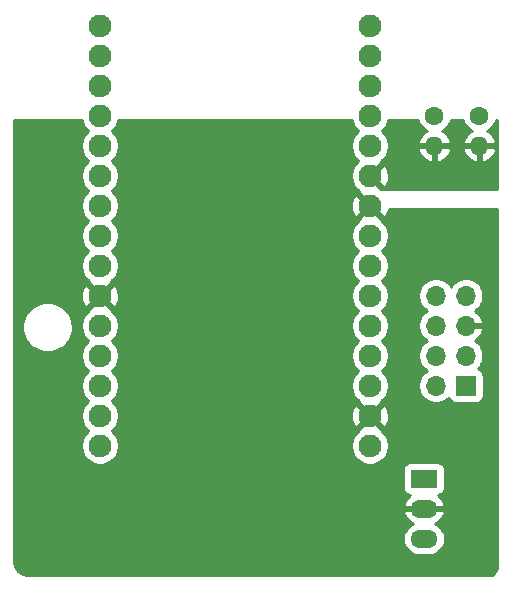
<source format=gtl>
G04 #@! TF.GenerationSoftware,KiCad,Pcbnew,(5.1.5-0-10_14)*
G04 #@! TF.CreationDate,2020-03-02T13:53:31+01:00*
G04 #@! TF.ProjectId,ithowifi,6974686f-7769-4666-992e-6b696361645f,rev?*
G04 #@! TF.SameCoordinates,Original*
G04 #@! TF.FileFunction,Copper,L1,Top*
G04 #@! TF.FilePolarity,Positive*
%FSLAX46Y46*%
G04 Gerber Fmt 4.6, Leading zero omitted, Abs format (unit mm)*
G04 Created by KiCad (PCBNEW (5.1.5-0-10_14)) date 2020-03-02 13:53:31*
%MOMM*%
%LPD*%
G04 APERTURE LIST*
%ADD10R,1.700000X1.700000*%
%ADD11O,1.700000X1.700000*%
%ADD12C,1.930400*%
%ADD13O,2.300000X1.500000*%
%ADD14R,2.300000X1.500000*%
%ADD15O,1.600000X1.600000*%
%ADD16C,1.600000*%
%ADD17C,0.250000*%
%ADD18C,0.254000*%
G04 APERTURE END LIST*
D10*
X122047000Y-137795000D03*
D11*
X119507000Y-137795000D03*
X122047000Y-135255000D03*
X119507000Y-135255000D03*
X122047000Y-132715000D03*
X119507000Y-132715000D03*
X122047000Y-130175000D03*
X119507000Y-130175000D03*
D12*
X91059000Y-107315000D03*
X91059000Y-109855000D03*
X91059000Y-112395000D03*
X91059000Y-114935000D03*
X91059000Y-117475000D03*
X91059000Y-120015000D03*
X91059000Y-122555000D03*
X91059000Y-125095000D03*
X91059000Y-127635000D03*
X91059000Y-130175000D03*
X91059000Y-132715000D03*
X91059000Y-135255000D03*
X91059000Y-137795000D03*
X91059000Y-140335000D03*
X91059000Y-142875000D03*
X113919000Y-107315000D03*
X113919000Y-109855000D03*
X113919000Y-112395000D03*
X113919000Y-114935000D03*
X113919000Y-117475000D03*
X113919000Y-120015000D03*
X113919000Y-122555000D03*
X113919000Y-125095000D03*
X113919000Y-127635000D03*
X113919000Y-130175000D03*
X113919000Y-132715000D03*
X113919000Y-135255000D03*
X113919000Y-137795000D03*
X113919000Y-140335000D03*
X113919000Y-142875000D03*
D13*
X118491000Y-150749000D03*
X118491000Y-148209000D03*
D14*
X118491000Y-145669000D03*
D15*
X119380000Y-117475000D03*
D16*
X119380000Y-114935000D03*
D15*
X123190000Y-117475000D03*
D16*
X123190000Y-114935000D03*
D17*
X118491000Y-148209000D02*
X118091000Y-148209000D01*
D18*
G36*
X89520294Y-115401761D02*
G01*
X89640921Y-115692979D01*
X89816043Y-115955068D01*
X90038932Y-116177957D01*
X90079405Y-116205000D01*
X90038932Y-116232043D01*
X89816043Y-116454932D01*
X89640921Y-116717021D01*
X89520294Y-117008239D01*
X89458800Y-117317394D01*
X89458800Y-117632606D01*
X89520294Y-117941761D01*
X89640921Y-118232979D01*
X89816043Y-118495068D01*
X90038932Y-118717957D01*
X90079405Y-118745000D01*
X90038932Y-118772043D01*
X89816043Y-118994932D01*
X89640921Y-119257021D01*
X89520294Y-119548239D01*
X89458800Y-119857394D01*
X89458800Y-120172606D01*
X89520294Y-120481761D01*
X89640921Y-120772979D01*
X89816043Y-121035068D01*
X90038932Y-121257957D01*
X90079405Y-121285000D01*
X90038932Y-121312043D01*
X89816043Y-121534932D01*
X89640921Y-121797021D01*
X89520294Y-122088239D01*
X89458800Y-122397394D01*
X89458800Y-122712606D01*
X89520294Y-123021761D01*
X89640921Y-123312979D01*
X89816043Y-123575068D01*
X90038932Y-123797957D01*
X90079405Y-123825000D01*
X90038932Y-123852043D01*
X89816043Y-124074932D01*
X89640921Y-124337021D01*
X89520294Y-124628239D01*
X89458800Y-124937394D01*
X89458800Y-125252606D01*
X89520294Y-125561761D01*
X89640921Y-125852979D01*
X89816043Y-126115068D01*
X90038932Y-126337957D01*
X90079405Y-126365000D01*
X90038932Y-126392043D01*
X89816043Y-126614932D01*
X89640921Y-126877021D01*
X89520294Y-127168239D01*
X89458800Y-127477394D01*
X89458800Y-127792606D01*
X89520294Y-128101761D01*
X89640921Y-128392979D01*
X89816043Y-128655068D01*
X90038932Y-128877957D01*
X90164101Y-128961592D01*
X90128011Y-129064406D01*
X91059000Y-129995395D01*
X91989989Y-129064406D01*
X91953899Y-128961592D01*
X92079068Y-128877957D01*
X92301957Y-128655068D01*
X92477079Y-128392979D01*
X92597706Y-128101761D01*
X92659200Y-127792606D01*
X92659200Y-127477394D01*
X92597706Y-127168239D01*
X92477079Y-126877021D01*
X92301957Y-126614932D01*
X92079068Y-126392043D01*
X92038595Y-126365000D01*
X92079068Y-126337957D01*
X92301957Y-126115068D01*
X92477079Y-125852979D01*
X92597706Y-125561761D01*
X92659200Y-125252606D01*
X92659200Y-124937394D01*
X92597706Y-124628239D01*
X92477079Y-124337021D01*
X92301957Y-124074932D01*
X92079068Y-123852043D01*
X92038595Y-123825000D01*
X92079068Y-123797957D01*
X92301957Y-123575068D01*
X92477079Y-123312979D01*
X92597706Y-123021761D01*
X92659200Y-122712606D01*
X92659200Y-122618971D01*
X112312330Y-122618971D01*
X112355682Y-122931188D01*
X112459112Y-123228948D01*
X112547562Y-123394428D01*
X112808406Y-123485989D01*
X113739395Y-122555000D01*
X112808406Y-121624011D01*
X112547562Y-121715572D01*
X112410149Y-121999256D01*
X112330721Y-122304296D01*
X112312330Y-122618971D01*
X92659200Y-122618971D01*
X92659200Y-122397394D01*
X92597706Y-122088239D01*
X92477079Y-121797021D01*
X92301957Y-121534932D01*
X92079068Y-121312043D01*
X92038595Y-121285000D01*
X92079068Y-121257957D01*
X92301957Y-121035068D01*
X92477079Y-120772979D01*
X92597706Y-120481761D01*
X92659200Y-120172606D01*
X92659200Y-119857394D01*
X92597706Y-119548239D01*
X92477079Y-119257021D01*
X92301957Y-118994932D01*
X92079068Y-118772043D01*
X92038595Y-118745000D01*
X92079068Y-118717957D01*
X92301957Y-118495068D01*
X92477079Y-118232979D01*
X92597706Y-117941761D01*
X92659200Y-117632606D01*
X92659200Y-117317394D01*
X92597706Y-117008239D01*
X92477079Y-116717021D01*
X92301957Y-116454932D01*
X92079068Y-116232043D01*
X92038595Y-116205000D01*
X92079068Y-116177957D01*
X92301957Y-115955068D01*
X92477079Y-115692979D01*
X92597706Y-115401761D01*
X92614765Y-115316000D01*
X112363235Y-115316000D01*
X112380294Y-115401761D01*
X112500921Y-115692979D01*
X112676043Y-115955068D01*
X112898932Y-116177957D01*
X112939405Y-116205000D01*
X112898932Y-116232043D01*
X112676043Y-116454932D01*
X112500921Y-116717021D01*
X112380294Y-117008239D01*
X112318800Y-117317394D01*
X112318800Y-117632606D01*
X112380294Y-117941761D01*
X112500921Y-118232979D01*
X112676043Y-118495068D01*
X112898932Y-118717957D01*
X112939405Y-118745000D01*
X112898932Y-118772043D01*
X112676043Y-118994932D01*
X112500921Y-119257021D01*
X112380294Y-119548239D01*
X112318800Y-119857394D01*
X112318800Y-120172606D01*
X112380294Y-120481761D01*
X112500921Y-120772979D01*
X112676043Y-121035068D01*
X112898932Y-121257957D01*
X113024101Y-121341592D01*
X112988011Y-121444406D01*
X113792000Y-122248395D01*
X113792000Y-122682000D01*
X113794440Y-122706776D01*
X113801667Y-122730601D01*
X113813403Y-122752557D01*
X113829197Y-122771803D01*
X113848443Y-122787597D01*
X113859890Y-122793715D01*
X112988011Y-123665594D01*
X113024101Y-123768408D01*
X112898932Y-123852043D01*
X112676043Y-124074932D01*
X112500921Y-124337021D01*
X112380294Y-124628239D01*
X112318800Y-124937394D01*
X112318800Y-125252606D01*
X112380294Y-125561761D01*
X112500921Y-125852979D01*
X112676043Y-126115068D01*
X112898932Y-126337957D01*
X112939405Y-126365000D01*
X112898932Y-126392043D01*
X112676043Y-126614932D01*
X112500921Y-126877021D01*
X112380294Y-127168239D01*
X112318800Y-127477394D01*
X112318800Y-127792606D01*
X112380294Y-128101761D01*
X112500921Y-128392979D01*
X112676043Y-128655068D01*
X112898932Y-128877957D01*
X112939405Y-128905000D01*
X112898932Y-128932043D01*
X112676043Y-129154932D01*
X112500921Y-129417021D01*
X112380294Y-129708239D01*
X112318800Y-130017394D01*
X112318800Y-130332606D01*
X112380294Y-130641761D01*
X112500921Y-130932979D01*
X112676043Y-131195068D01*
X112898932Y-131417957D01*
X112939405Y-131445000D01*
X112898932Y-131472043D01*
X112676043Y-131694932D01*
X112500921Y-131957021D01*
X112380294Y-132248239D01*
X112318800Y-132557394D01*
X112318800Y-132872606D01*
X112380294Y-133181761D01*
X112500921Y-133472979D01*
X112676043Y-133735068D01*
X112898932Y-133957957D01*
X112939405Y-133985000D01*
X112898932Y-134012043D01*
X112676043Y-134234932D01*
X112500921Y-134497021D01*
X112380294Y-134788239D01*
X112318800Y-135097394D01*
X112318800Y-135412606D01*
X112380294Y-135721761D01*
X112500921Y-136012979D01*
X112676043Y-136275068D01*
X112898932Y-136497957D01*
X112939405Y-136525000D01*
X112898932Y-136552043D01*
X112676043Y-136774932D01*
X112500921Y-137037021D01*
X112380294Y-137328239D01*
X112318800Y-137637394D01*
X112318800Y-137952606D01*
X112380294Y-138261761D01*
X112500921Y-138552979D01*
X112676043Y-138815068D01*
X112898932Y-139037957D01*
X113024101Y-139121592D01*
X112988011Y-139224406D01*
X113919000Y-140155395D01*
X114849989Y-139224406D01*
X114813899Y-139121592D01*
X114939068Y-139037957D01*
X115161957Y-138815068D01*
X115337079Y-138552979D01*
X115457706Y-138261761D01*
X115519200Y-137952606D01*
X115519200Y-137637394D01*
X115457706Y-137328239D01*
X115337079Y-137037021D01*
X115161957Y-136774932D01*
X114939068Y-136552043D01*
X114898595Y-136525000D01*
X114939068Y-136497957D01*
X115161957Y-136275068D01*
X115337079Y-136012979D01*
X115457706Y-135721761D01*
X115519200Y-135412606D01*
X115519200Y-135097394D01*
X115457706Y-134788239D01*
X115337079Y-134497021D01*
X115161957Y-134234932D01*
X114939068Y-134012043D01*
X114898595Y-133985000D01*
X114939068Y-133957957D01*
X115161957Y-133735068D01*
X115337079Y-133472979D01*
X115457706Y-133181761D01*
X115519200Y-132872606D01*
X115519200Y-132557394D01*
X115457706Y-132248239D01*
X115337079Y-131957021D01*
X115161957Y-131694932D01*
X114939068Y-131472043D01*
X114898595Y-131445000D01*
X114939068Y-131417957D01*
X115161957Y-131195068D01*
X115337079Y-130932979D01*
X115457706Y-130641761D01*
X115519200Y-130332606D01*
X115519200Y-130028740D01*
X118022000Y-130028740D01*
X118022000Y-130321260D01*
X118079068Y-130608158D01*
X118191010Y-130878411D01*
X118353525Y-131121632D01*
X118560368Y-131328475D01*
X118734760Y-131445000D01*
X118560368Y-131561525D01*
X118353525Y-131768368D01*
X118191010Y-132011589D01*
X118079068Y-132281842D01*
X118022000Y-132568740D01*
X118022000Y-132861260D01*
X118079068Y-133148158D01*
X118191010Y-133418411D01*
X118353525Y-133661632D01*
X118560368Y-133868475D01*
X118734760Y-133985000D01*
X118560368Y-134101525D01*
X118353525Y-134308368D01*
X118191010Y-134551589D01*
X118079068Y-134821842D01*
X118022000Y-135108740D01*
X118022000Y-135401260D01*
X118079068Y-135688158D01*
X118191010Y-135958411D01*
X118353525Y-136201632D01*
X118560368Y-136408475D01*
X118734760Y-136525000D01*
X118560368Y-136641525D01*
X118353525Y-136848368D01*
X118191010Y-137091589D01*
X118079068Y-137361842D01*
X118022000Y-137648740D01*
X118022000Y-137941260D01*
X118079068Y-138228158D01*
X118191010Y-138498411D01*
X118353525Y-138741632D01*
X118560368Y-138948475D01*
X118803589Y-139110990D01*
X119073842Y-139222932D01*
X119360740Y-139280000D01*
X119653260Y-139280000D01*
X119940158Y-139222932D01*
X120210411Y-139110990D01*
X120453632Y-138948475D01*
X120585487Y-138816620D01*
X120607498Y-138889180D01*
X120666463Y-138999494D01*
X120745815Y-139096185D01*
X120842506Y-139175537D01*
X120952820Y-139234502D01*
X121072518Y-139270812D01*
X121197000Y-139283072D01*
X122897000Y-139283072D01*
X123021482Y-139270812D01*
X123141180Y-139234502D01*
X123251494Y-139175537D01*
X123348185Y-139096185D01*
X123427537Y-138999494D01*
X123486502Y-138889180D01*
X123522812Y-138769482D01*
X123535072Y-138645000D01*
X123535072Y-136945000D01*
X123522812Y-136820518D01*
X123486502Y-136700820D01*
X123427537Y-136590506D01*
X123348185Y-136493815D01*
X123251494Y-136414463D01*
X123141180Y-136355498D01*
X123068620Y-136333487D01*
X123200475Y-136201632D01*
X123362990Y-135958411D01*
X123474932Y-135688158D01*
X123532000Y-135401260D01*
X123532000Y-135108740D01*
X123474932Y-134821842D01*
X123362990Y-134551589D01*
X123200475Y-134308368D01*
X122993632Y-134101525D01*
X122811466Y-133979805D01*
X122928355Y-133910178D01*
X123144588Y-133715269D01*
X123318641Y-133481920D01*
X123443825Y-133219099D01*
X123488476Y-133071890D01*
X123367155Y-132842000D01*
X122174000Y-132842000D01*
X122174000Y-132862000D01*
X121920000Y-132862000D01*
X121920000Y-132842000D01*
X121900000Y-132842000D01*
X121900000Y-132588000D01*
X121920000Y-132588000D01*
X121920000Y-132568000D01*
X122174000Y-132568000D01*
X122174000Y-132588000D01*
X123367155Y-132588000D01*
X123488476Y-132358110D01*
X123443825Y-132210901D01*
X123318641Y-131948080D01*
X123144588Y-131714731D01*
X122928355Y-131519822D01*
X122811466Y-131450195D01*
X122993632Y-131328475D01*
X123200475Y-131121632D01*
X123362990Y-130878411D01*
X123474932Y-130608158D01*
X123532000Y-130321260D01*
X123532000Y-130028740D01*
X123474932Y-129741842D01*
X123362990Y-129471589D01*
X123200475Y-129228368D01*
X122993632Y-129021525D01*
X122750411Y-128859010D01*
X122480158Y-128747068D01*
X122193260Y-128690000D01*
X121900740Y-128690000D01*
X121613842Y-128747068D01*
X121343589Y-128859010D01*
X121100368Y-129021525D01*
X120893525Y-129228368D01*
X120777000Y-129402760D01*
X120660475Y-129228368D01*
X120453632Y-129021525D01*
X120210411Y-128859010D01*
X119940158Y-128747068D01*
X119653260Y-128690000D01*
X119360740Y-128690000D01*
X119073842Y-128747068D01*
X118803589Y-128859010D01*
X118560368Y-129021525D01*
X118353525Y-129228368D01*
X118191010Y-129471589D01*
X118079068Y-129741842D01*
X118022000Y-130028740D01*
X115519200Y-130028740D01*
X115519200Y-130017394D01*
X115457706Y-129708239D01*
X115337079Y-129417021D01*
X115161957Y-129154932D01*
X114939068Y-128932043D01*
X114898595Y-128905000D01*
X114939068Y-128877957D01*
X115161957Y-128655068D01*
X115337079Y-128392979D01*
X115457706Y-128101761D01*
X115519200Y-127792606D01*
X115519200Y-127477394D01*
X115457706Y-127168239D01*
X115337079Y-126877021D01*
X115161957Y-126614932D01*
X114939068Y-126392043D01*
X114898595Y-126365000D01*
X114939068Y-126337957D01*
X115161957Y-126115068D01*
X115337079Y-125852979D01*
X115457706Y-125561761D01*
X115519200Y-125252606D01*
X115519200Y-124937394D01*
X115457706Y-124628239D01*
X115337079Y-124337021D01*
X115161957Y-124074932D01*
X114939068Y-123852043D01*
X114813899Y-123768408D01*
X114849989Y-123665594D01*
X113993395Y-122809000D01*
X114352605Y-122809000D01*
X115029594Y-123485989D01*
X115290438Y-123394428D01*
X115427851Y-123110744D01*
X115506421Y-122809000D01*
X124654000Y-122809000D01*
X124654001Y-153127998D01*
X124637361Y-153297707D01*
X124597951Y-153428238D01*
X124533933Y-153548638D01*
X124447753Y-153654305D01*
X124342690Y-153741221D01*
X124222743Y-153806076D01*
X124092488Y-153846397D01*
X123925005Y-153864000D01*
X85123991Y-153864000D01*
X84830954Y-153835268D01*
X84581782Y-153760038D01*
X84351959Y-153637840D01*
X84150254Y-153473333D01*
X83984339Y-153272776D01*
X83860542Y-153043819D01*
X83783573Y-152795170D01*
X83753000Y-152504286D01*
X83753000Y-150749000D01*
X116699299Y-150749000D01*
X116726040Y-151020507D01*
X116805236Y-151281581D01*
X116933843Y-151522188D01*
X117106919Y-151733081D01*
X117317812Y-151906157D01*
X117558419Y-152034764D01*
X117819493Y-152113960D01*
X118022963Y-152134000D01*
X118959037Y-152134000D01*
X119162507Y-152113960D01*
X119423581Y-152034764D01*
X119664188Y-151906157D01*
X119875081Y-151733081D01*
X120048157Y-151522188D01*
X120176764Y-151281581D01*
X120255960Y-151020507D01*
X120282701Y-150749000D01*
X120255960Y-150477493D01*
X120176764Y-150216419D01*
X120048157Y-149975812D01*
X119875081Y-149764919D01*
X119664188Y-149591843D01*
X119448422Y-149476514D01*
X119538349Y-149439972D01*
X119766061Y-149290028D01*
X119960145Y-149098540D01*
X120113142Y-148872868D01*
X120219173Y-148621684D01*
X120233318Y-148550185D01*
X120110656Y-148336000D01*
X118618000Y-148336000D01*
X118618000Y-148356000D01*
X118364000Y-148356000D01*
X118364000Y-148336000D01*
X116871344Y-148336000D01*
X116748682Y-148550185D01*
X116762827Y-148621684D01*
X116868858Y-148872868D01*
X117021855Y-149098540D01*
X117215939Y-149290028D01*
X117443651Y-149439972D01*
X117533578Y-149476514D01*
X117317812Y-149591843D01*
X117106919Y-149764919D01*
X116933843Y-149975812D01*
X116805236Y-150216419D01*
X116726040Y-150477493D01*
X116699299Y-150749000D01*
X83753000Y-150749000D01*
X83753000Y-144919000D01*
X116702928Y-144919000D01*
X116702928Y-146419000D01*
X116715188Y-146543482D01*
X116751498Y-146663180D01*
X116810463Y-146773494D01*
X116889815Y-146870185D01*
X116986506Y-146949537D01*
X117096820Y-147008502D01*
X117216518Y-147044812D01*
X117325874Y-147055582D01*
X117215939Y-147127972D01*
X117021855Y-147319460D01*
X116868858Y-147545132D01*
X116762827Y-147796316D01*
X116748682Y-147867815D01*
X116871344Y-148082000D01*
X118364000Y-148082000D01*
X118364000Y-148062000D01*
X118618000Y-148062000D01*
X118618000Y-148082000D01*
X120110656Y-148082000D01*
X120233318Y-147867815D01*
X120219173Y-147796316D01*
X120113142Y-147545132D01*
X119960145Y-147319460D01*
X119766061Y-147127972D01*
X119656126Y-147055582D01*
X119765482Y-147044812D01*
X119885180Y-147008502D01*
X119995494Y-146949537D01*
X120092185Y-146870185D01*
X120171537Y-146773494D01*
X120230502Y-146663180D01*
X120266812Y-146543482D01*
X120279072Y-146419000D01*
X120279072Y-144919000D01*
X120266812Y-144794518D01*
X120230502Y-144674820D01*
X120171537Y-144564506D01*
X120092185Y-144467815D01*
X119995494Y-144388463D01*
X119885180Y-144329498D01*
X119765482Y-144293188D01*
X119641000Y-144280928D01*
X117341000Y-144280928D01*
X117216518Y-144293188D01*
X117096820Y-144329498D01*
X116986506Y-144388463D01*
X116889815Y-144467815D01*
X116810463Y-144564506D01*
X116751498Y-144674820D01*
X116715188Y-144794518D01*
X116702928Y-144919000D01*
X83753000Y-144919000D01*
X83753000Y-132631721D01*
X84479000Y-132631721D01*
X84479000Y-133052279D01*
X84561047Y-133464756D01*
X84721988Y-133853302D01*
X84955637Y-134202983D01*
X85253017Y-134500363D01*
X85602698Y-134734012D01*
X85991244Y-134894953D01*
X86403721Y-134977000D01*
X86824279Y-134977000D01*
X87236756Y-134894953D01*
X87625302Y-134734012D01*
X87974983Y-134500363D01*
X88272363Y-134202983D01*
X88506012Y-133853302D01*
X88666953Y-133464756D01*
X88749000Y-133052279D01*
X88749000Y-132631721D01*
X88734216Y-132557394D01*
X89458800Y-132557394D01*
X89458800Y-132872606D01*
X89520294Y-133181761D01*
X89640921Y-133472979D01*
X89816043Y-133735068D01*
X90038932Y-133957957D01*
X90079405Y-133985000D01*
X90038932Y-134012043D01*
X89816043Y-134234932D01*
X89640921Y-134497021D01*
X89520294Y-134788239D01*
X89458800Y-135097394D01*
X89458800Y-135412606D01*
X89520294Y-135721761D01*
X89640921Y-136012979D01*
X89816043Y-136275068D01*
X90038932Y-136497957D01*
X90079405Y-136525000D01*
X90038932Y-136552043D01*
X89816043Y-136774932D01*
X89640921Y-137037021D01*
X89520294Y-137328239D01*
X89458800Y-137637394D01*
X89458800Y-137952606D01*
X89520294Y-138261761D01*
X89640921Y-138552979D01*
X89816043Y-138815068D01*
X90038932Y-139037957D01*
X90079405Y-139065000D01*
X90038932Y-139092043D01*
X89816043Y-139314932D01*
X89640921Y-139577021D01*
X89520294Y-139868239D01*
X89458800Y-140177394D01*
X89458800Y-140492606D01*
X89520294Y-140801761D01*
X89640921Y-141092979D01*
X89816043Y-141355068D01*
X90038932Y-141577957D01*
X90079405Y-141605000D01*
X90038932Y-141632043D01*
X89816043Y-141854932D01*
X89640921Y-142117021D01*
X89520294Y-142408239D01*
X89458800Y-142717394D01*
X89458800Y-143032606D01*
X89520294Y-143341761D01*
X89640921Y-143632979D01*
X89816043Y-143895068D01*
X90038932Y-144117957D01*
X90301021Y-144293079D01*
X90592239Y-144413706D01*
X90901394Y-144475200D01*
X91216606Y-144475200D01*
X91525761Y-144413706D01*
X91816979Y-144293079D01*
X92079068Y-144117957D01*
X92301957Y-143895068D01*
X92477079Y-143632979D01*
X92597706Y-143341761D01*
X92659200Y-143032606D01*
X92659200Y-142717394D01*
X112318800Y-142717394D01*
X112318800Y-143032606D01*
X112380294Y-143341761D01*
X112500921Y-143632979D01*
X112676043Y-143895068D01*
X112898932Y-144117957D01*
X113161021Y-144293079D01*
X113452239Y-144413706D01*
X113761394Y-144475200D01*
X114076606Y-144475200D01*
X114385761Y-144413706D01*
X114676979Y-144293079D01*
X114939068Y-144117957D01*
X115161957Y-143895068D01*
X115337079Y-143632979D01*
X115457706Y-143341761D01*
X115519200Y-143032606D01*
X115519200Y-142717394D01*
X115457706Y-142408239D01*
X115337079Y-142117021D01*
X115161957Y-141854932D01*
X114939068Y-141632043D01*
X114813899Y-141548408D01*
X114849989Y-141445594D01*
X113919000Y-140514605D01*
X112988011Y-141445594D01*
X113024101Y-141548408D01*
X112898932Y-141632043D01*
X112676043Y-141854932D01*
X112500921Y-142117021D01*
X112380294Y-142408239D01*
X112318800Y-142717394D01*
X92659200Y-142717394D01*
X92597706Y-142408239D01*
X92477079Y-142117021D01*
X92301957Y-141854932D01*
X92079068Y-141632043D01*
X92038595Y-141605000D01*
X92079068Y-141577957D01*
X92301957Y-141355068D01*
X92477079Y-141092979D01*
X92597706Y-140801761D01*
X92659200Y-140492606D01*
X92659200Y-140398971D01*
X112312330Y-140398971D01*
X112355682Y-140711188D01*
X112459112Y-141008948D01*
X112547562Y-141174428D01*
X112808406Y-141265989D01*
X113739395Y-140335000D01*
X114098605Y-140335000D01*
X115029594Y-141265989D01*
X115290438Y-141174428D01*
X115427851Y-140890744D01*
X115507279Y-140585704D01*
X115525670Y-140271029D01*
X115482318Y-139958812D01*
X115378888Y-139661052D01*
X115290438Y-139495572D01*
X115029594Y-139404011D01*
X114098605Y-140335000D01*
X113739395Y-140335000D01*
X112808406Y-139404011D01*
X112547562Y-139495572D01*
X112410149Y-139779256D01*
X112330721Y-140084296D01*
X112312330Y-140398971D01*
X92659200Y-140398971D01*
X92659200Y-140177394D01*
X92597706Y-139868239D01*
X92477079Y-139577021D01*
X92301957Y-139314932D01*
X92079068Y-139092043D01*
X92038595Y-139065000D01*
X92079068Y-139037957D01*
X92301957Y-138815068D01*
X92477079Y-138552979D01*
X92597706Y-138261761D01*
X92659200Y-137952606D01*
X92659200Y-137637394D01*
X92597706Y-137328239D01*
X92477079Y-137037021D01*
X92301957Y-136774932D01*
X92079068Y-136552043D01*
X92038595Y-136525000D01*
X92079068Y-136497957D01*
X92301957Y-136275068D01*
X92477079Y-136012979D01*
X92597706Y-135721761D01*
X92659200Y-135412606D01*
X92659200Y-135097394D01*
X92597706Y-134788239D01*
X92477079Y-134497021D01*
X92301957Y-134234932D01*
X92079068Y-134012043D01*
X92038595Y-133985000D01*
X92079068Y-133957957D01*
X92301957Y-133735068D01*
X92477079Y-133472979D01*
X92597706Y-133181761D01*
X92659200Y-132872606D01*
X92659200Y-132557394D01*
X92597706Y-132248239D01*
X92477079Y-131957021D01*
X92301957Y-131694932D01*
X92079068Y-131472043D01*
X91953899Y-131388408D01*
X91989989Y-131285594D01*
X91059000Y-130354605D01*
X90128011Y-131285594D01*
X90164101Y-131388408D01*
X90038932Y-131472043D01*
X89816043Y-131694932D01*
X89640921Y-131957021D01*
X89520294Y-132248239D01*
X89458800Y-132557394D01*
X88734216Y-132557394D01*
X88666953Y-132219244D01*
X88506012Y-131830698D01*
X88272363Y-131481017D01*
X87974983Y-131183637D01*
X87625302Y-130949988D01*
X87236756Y-130789047D01*
X86824279Y-130707000D01*
X86403721Y-130707000D01*
X85991244Y-130789047D01*
X85602698Y-130949988D01*
X85253017Y-131183637D01*
X84955637Y-131481017D01*
X84721988Y-131830698D01*
X84561047Y-132219244D01*
X84479000Y-132631721D01*
X83753000Y-132631721D01*
X83753000Y-130238971D01*
X89452330Y-130238971D01*
X89495682Y-130551188D01*
X89599112Y-130848948D01*
X89687562Y-131014428D01*
X89948406Y-131105989D01*
X90879395Y-130175000D01*
X91238605Y-130175000D01*
X92169594Y-131105989D01*
X92430438Y-131014428D01*
X92567851Y-130730744D01*
X92647279Y-130425704D01*
X92665670Y-130111029D01*
X92622318Y-129798812D01*
X92518888Y-129501052D01*
X92430438Y-129335572D01*
X92169594Y-129244011D01*
X91238605Y-130175000D01*
X90879395Y-130175000D01*
X89948406Y-129244011D01*
X89687562Y-129335572D01*
X89550149Y-129619256D01*
X89470721Y-129924296D01*
X89452330Y-130238971D01*
X83753000Y-130238971D01*
X83753000Y-115316000D01*
X89503235Y-115316000D01*
X89520294Y-115401761D01*
G37*
X89520294Y-115401761D02*
X89640921Y-115692979D01*
X89816043Y-115955068D01*
X90038932Y-116177957D01*
X90079405Y-116205000D01*
X90038932Y-116232043D01*
X89816043Y-116454932D01*
X89640921Y-116717021D01*
X89520294Y-117008239D01*
X89458800Y-117317394D01*
X89458800Y-117632606D01*
X89520294Y-117941761D01*
X89640921Y-118232979D01*
X89816043Y-118495068D01*
X90038932Y-118717957D01*
X90079405Y-118745000D01*
X90038932Y-118772043D01*
X89816043Y-118994932D01*
X89640921Y-119257021D01*
X89520294Y-119548239D01*
X89458800Y-119857394D01*
X89458800Y-120172606D01*
X89520294Y-120481761D01*
X89640921Y-120772979D01*
X89816043Y-121035068D01*
X90038932Y-121257957D01*
X90079405Y-121285000D01*
X90038932Y-121312043D01*
X89816043Y-121534932D01*
X89640921Y-121797021D01*
X89520294Y-122088239D01*
X89458800Y-122397394D01*
X89458800Y-122712606D01*
X89520294Y-123021761D01*
X89640921Y-123312979D01*
X89816043Y-123575068D01*
X90038932Y-123797957D01*
X90079405Y-123825000D01*
X90038932Y-123852043D01*
X89816043Y-124074932D01*
X89640921Y-124337021D01*
X89520294Y-124628239D01*
X89458800Y-124937394D01*
X89458800Y-125252606D01*
X89520294Y-125561761D01*
X89640921Y-125852979D01*
X89816043Y-126115068D01*
X90038932Y-126337957D01*
X90079405Y-126365000D01*
X90038932Y-126392043D01*
X89816043Y-126614932D01*
X89640921Y-126877021D01*
X89520294Y-127168239D01*
X89458800Y-127477394D01*
X89458800Y-127792606D01*
X89520294Y-128101761D01*
X89640921Y-128392979D01*
X89816043Y-128655068D01*
X90038932Y-128877957D01*
X90164101Y-128961592D01*
X90128011Y-129064406D01*
X91059000Y-129995395D01*
X91989989Y-129064406D01*
X91953899Y-128961592D01*
X92079068Y-128877957D01*
X92301957Y-128655068D01*
X92477079Y-128392979D01*
X92597706Y-128101761D01*
X92659200Y-127792606D01*
X92659200Y-127477394D01*
X92597706Y-127168239D01*
X92477079Y-126877021D01*
X92301957Y-126614932D01*
X92079068Y-126392043D01*
X92038595Y-126365000D01*
X92079068Y-126337957D01*
X92301957Y-126115068D01*
X92477079Y-125852979D01*
X92597706Y-125561761D01*
X92659200Y-125252606D01*
X92659200Y-124937394D01*
X92597706Y-124628239D01*
X92477079Y-124337021D01*
X92301957Y-124074932D01*
X92079068Y-123852043D01*
X92038595Y-123825000D01*
X92079068Y-123797957D01*
X92301957Y-123575068D01*
X92477079Y-123312979D01*
X92597706Y-123021761D01*
X92659200Y-122712606D01*
X92659200Y-122618971D01*
X112312330Y-122618971D01*
X112355682Y-122931188D01*
X112459112Y-123228948D01*
X112547562Y-123394428D01*
X112808406Y-123485989D01*
X113739395Y-122555000D01*
X112808406Y-121624011D01*
X112547562Y-121715572D01*
X112410149Y-121999256D01*
X112330721Y-122304296D01*
X112312330Y-122618971D01*
X92659200Y-122618971D01*
X92659200Y-122397394D01*
X92597706Y-122088239D01*
X92477079Y-121797021D01*
X92301957Y-121534932D01*
X92079068Y-121312043D01*
X92038595Y-121285000D01*
X92079068Y-121257957D01*
X92301957Y-121035068D01*
X92477079Y-120772979D01*
X92597706Y-120481761D01*
X92659200Y-120172606D01*
X92659200Y-119857394D01*
X92597706Y-119548239D01*
X92477079Y-119257021D01*
X92301957Y-118994932D01*
X92079068Y-118772043D01*
X92038595Y-118745000D01*
X92079068Y-118717957D01*
X92301957Y-118495068D01*
X92477079Y-118232979D01*
X92597706Y-117941761D01*
X92659200Y-117632606D01*
X92659200Y-117317394D01*
X92597706Y-117008239D01*
X92477079Y-116717021D01*
X92301957Y-116454932D01*
X92079068Y-116232043D01*
X92038595Y-116205000D01*
X92079068Y-116177957D01*
X92301957Y-115955068D01*
X92477079Y-115692979D01*
X92597706Y-115401761D01*
X92614765Y-115316000D01*
X112363235Y-115316000D01*
X112380294Y-115401761D01*
X112500921Y-115692979D01*
X112676043Y-115955068D01*
X112898932Y-116177957D01*
X112939405Y-116205000D01*
X112898932Y-116232043D01*
X112676043Y-116454932D01*
X112500921Y-116717021D01*
X112380294Y-117008239D01*
X112318800Y-117317394D01*
X112318800Y-117632606D01*
X112380294Y-117941761D01*
X112500921Y-118232979D01*
X112676043Y-118495068D01*
X112898932Y-118717957D01*
X112939405Y-118745000D01*
X112898932Y-118772043D01*
X112676043Y-118994932D01*
X112500921Y-119257021D01*
X112380294Y-119548239D01*
X112318800Y-119857394D01*
X112318800Y-120172606D01*
X112380294Y-120481761D01*
X112500921Y-120772979D01*
X112676043Y-121035068D01*
X112898932Y-121257957D01*
X113024101Y-121341592D01*
X112988011Y-121444406D01*
X113792000Y-122248395D01*
X113792000Y-122682000D01*
X113794440Y-122706776D01*
X113801667Y-122730601D01*
X113813403Y-122752557D01*
X113829197Y-122771803D01*
X113848443Y-122787597D01*
X113859890Y-122793715D01*
X112988011Y-123665594D01*
X113024101Y-123768408D01*
X112898932Y-123852043D01*
X112676043Y-124074932D01*
X112500921Y-124337021D01*
X112380294Y-124628239D01*
X112318800Y-124937394D01*
X112318800Y-125252606D01*
X112380294Y-125561761D01*
X112500921Y-125852979D01*
X112676043Y-126115068D01*
X112898932Y-126337957D01*
X112939405Y-126365000D01*
X112898932Y-126392043D01*
X112676043Y-126614932D01*
X112500921Y-126877021D01*
X112380294Y-127168239D01*
X112318800Y-127477394D01*
X112318800Y-127792606D01*
X112380294Y-128101761D01*
X112500921Y-128392979D01*
X112676043Y-128655068D01*
X112898932Y-128877957D01*
X112939405Y-128905000D01*
X112898932Y-128932043D01*
X112676043Y-129154932D01*
X112500921Y-129417021D01*
X112380294Y-129708239D01*
X112318800Y-130017394D01*
X112318800Y-130332606D01*
X112380294Y-130641761D01*
X112500921Y-130932979D01*
X112676043Y-131195068D01*
X112898932Y-131417957D01*
X112939405Y-131445000D01*
X112898932Y-131472043D01*
X112676043Y-131694932D01*
X112500921Y-131957021D01*
X112380294Y-132248239D01*
X112318800Y-132557394D01*
X112318800Y-132872606D01*
X112380294Y-133181761D01*
X112500921Y-133472979D01*
X112676043Y-133735068D01*
X112898932Y-133957957D01*
X112939405Y-133985000D01*
X112898932Y-134012043D01*
X112676043Y-134234932D01*
X112500921Y-134497021D01*
X112380294Y-134788239D01*
X112318800Y-135097394D01*
X112318800Y-135412606D01*
X112380294Y-135721761D01*
X112500921Y-136012979D01*
X112676043Y-136275068D01*
X112898932Y-136497957D01*
X112939405Y-136525000D01*
X112898932Y-136552043D01*
X112676043Y-136774932D01*
X112500921Y-137037021D01*
X112380294Y-137328239D01*
X112318800Y-137637394D01*
X112318800Y-137952606D01*
X112380294Y-138261761D01*
X112500921Y-138552979D01*
X112676043Y-138815068D01*
X112898932Y-139037957D01*
X113024101Y-139121592D01*
X112988011Y-139224406D01*
X113919000Y-140155395D01*
X114849989Y-139224406D01*
X114813899Y-139121592D01*
X114939068Y-139037957D01*
X115161957Y-138815068D01*
X115337079Y-138552979D01*
X115457706Y-138261761D01*
X115519200Y-137952606D01*
X115519200Y-137637394D01*
X115457706Y-137328239D01*
X115337079Y-137037021D01*
X115161957Y-136774932D01*
X114939068Y-136552043D01*
X114898595Y-136525000D01*
X114939068Y-136497957D01*
X115161957Y-136275068D01*
X115337079Y-136012979D01*
X115457706Y-135721761D01*
X115519200Y-135412606D01*
X115519200Y-135097394D01*
X115457706Y-134788239D01*
X115337079Y-134497021D01*
X115161957Y-134234932D01*
X114939068Y-134012043D01*
X114898595Y-133985000D01*
X114939068Y-133957957D01*
X115161957Y-133735068D01*
X115337079Y-133472979D01*
X115457706Y-133181761D01*
X115519200Y-132872606D01*
X115519200Y-132557394D01*
X115457706Y-132248239D01*
X115337079Y-131957021D01*
X115161957Y-131694932D01*
X114939068Y-131472043D01*
X114898595Y-131445000D01*
X114939068Y-131417957D01*
X115161957Y-131195068D01*
X115337079Y-130932979D01*
X115457706Y-130641761D01*
X115519200Y-130332606D01*
X115519200Y-130028740D01*
X118022000Y-130028740D01*
X118022000Y-130321260D01*
X118079068Y-130608158D01*
X118191010Y-130878411D01*
X118353525Y-131121632D01*
X118560368Y-131328475D01*
X118734760Y-131445000D01*
X118560368Y-131561525D01*
X118353525Y-131768368D01*
X118191010Y-132011589D01*
X118079068Y-132281842D01*
X118022000Y-132568740D01*
X118022000Y-132861260D01*
X118079068Y-133148158D01*
X118191010Y-133418411D01*
X118353525Y-133661632D01*
X118560368Y-133868475D01*
X118734760Y-133985000D01*
X118560368Y-134101525D01*
X118353525Y-134308368D01*
X118191010Y-134551589D01*
X118079068Y-134821842D01*
X118022000Y-135108740D01*
X118022000Y-135401260D01*
X118079068Y-135688158D01*
X118191010Y-135958411D01*
X118353525Y-136201632D01*
X118560368Y-136408475D01*
X118734760Y-136525000D01*
X118560368Y-136641525D01*
X118353525Y-136848368D01*
X118191010Y-137091589D01*
X118079068Y-137361842D01*
X118022000Y-137648740D01*
X118022000Y-137941260D01*
X118079068Y-138228158D01*
X118191010Y-138498411D01*
X118353525Y-138741632D01*
X118560368Y-138948475D01*
X118803589Y-139110990D01*
X119073842Y-139222932D01*
X119360740Y-139280000D01*
X119653260Y-139280000D01*
X119940158Y-139222932D01*
X120210411Y-139110990D01*
X120453632Y-138948475D01*
X120585487Y-138816620D01*
X120607498Y-138889180D01*
X120666463Y-138999494D01*
X120745815Y-139096185D01*
X120842506Y-139175537D01*
X120952820Y-139234502D01*
X121072518Y-139270812D01*
X121197000Y-139283072D01*
X122897000Y-139283072D01*
X123021482Y-139270812D01*
X123141180Y-139234502D01*
X123251494Y-139175537D01*
X123348185Y-139096185D01*
X123427537Y-138999494D01*
X123486502Y-138889180D01*
X123522812Y-138769482D01*
X123535072Y-138645000D01*
X123535072Y-136945000D01*
X123522812Y-136820518D01*
X123486502Y-136700820D01*
X123427537Y-136590506D01*
X123348185Y-136493815D01*
X123251494Y-136414463D01*
X123141180Y-136355498D01*
X123068620Y-136333487D01*
X123200475Y-136201632D01*
X123362990Y-135958411D01*
X123474932Y-135688158D01*
X123532000Y-135401260D01*
X123532000Y-135108740D01*
X123474932Y-134821842D01*
X123362990Y-134551589D01*
X123200475Y-134308368D01*
X122993632Y-134101525D01*
X122811466Y-133979805D01*
X122928355Y-133910178D01*
X123144588Y-133715269D01*
X123318641Y-133481920D01*
X123443825Y-133219099D01*
X123488476Y-133071890D01*
X123367155Y-132842000D01*
X122174000Y-132842000D01*
X122174000Y-132862000D01*
X121920000Y-132862000D01*
X121920000Y-132842000D01*
X121900000Y-132842000D01*
X121900000Y-132588000D01*
X121920000Y-132588000D01*
X121920000Y-132568000D01*
X122174000Y-132568000D01*
X122174000Y-132588000D01*
X123367155Y-132588000D01*
X123488476Y-132358110D01*
X123443825Y-132210901D01*
X123318641Y-131948080D01*
X123144588Y-131714731D01*
X122928355Y-131519822D01*
X122811466Y-131450195D01*
X122993632Y-131328475D01*
X123200475Y-131121632D01*
X123362990Y-130878411D01*
X123474932Y-130608158D01*
X123532000Y-130321260D01*
X123532000Y-130028740D01*
X123474932Y-129741842D01*
X123362990Y-129471589D01*
X123200475Y-129228368D01*
X122993632Y-129021525D01*
X122750411Y-128859010D01*
X122480158Y-128747068D01*
X122193260Y-128690000D01*
X121900740Y-128690000D01*
X121613842Y-128747068D01*
X121343589Y-128859010D01*
X121100368Y-129021525D01*
X120893525Y-129228368D01*
X120777000Y-129402760D01*
X120660475Y-129228368D01*
X120453632Y-129021525D01*
X120210411Y-128859010D01*
X119940158Y-128747068D01*
X119653260Y-128690000D01*
X119360740Y-128690000D01*
X119073842Y-128747068D01*
X118803589Y-128859010D01*
X118560368Y-129021525D01*
X118353525Y-129228368D01*
X118191010Y-129471589D01*
X118079068Y-129741842D01*
X118022000Y-130028740D01*
X115519200Y-130028740D01*
X115519200Y-130017394D01*
X115457706Y-129708239D01*
X115337079Y-129417021D01*
X115161957Y-129154932D01*
X114939068Y-128932043D01*
X114898595Y-128905000D01*
X114939068Y-128877957D01*
X115161957Y-128655068D01*
X115337079Y-128392979D01*
X115457706Y-128101761D01*
X115519200Y-127792606D01*
X115519200Y-127477394D01*
X115457706Y-127168239D01*
X115337079Y-126877021D01*
X115161957Y-126614932D01*
X114939068Y-126392043D01*
X114898595Y-126365000D01*
X114939068Y-126337957D01*
X115161957Y-126115068D01*
X115337079Y-125852979D01*
X115457706Y-125561761D01*
X115519200Y-125252606D01*
X115519200Y-124937394D01*
X115457706Y-124628239D01*
X115337079Y-124337021D01*
X115161957Y-124074932D01*
X114939068Y-123852043D01*
X114813899Y-123768408D01*
X114849989Y-123665594D01*
X113993395Y-122809000D01*
X114352605Y-122809000D01*
X115029594Y-123485989D01*
X115290438Y-123394428D01*
X115427851Y-123110744D01*
X115506421Y-122809000D01*
X124654000Y-122809000D01*
X124654001Y-153127998D01*
X124637361Y-153297707D01*
X124597951Y-153428238D01*
X124533933Y-153548638D01*
X124447753Y-153654305D01*
X124342690Y-153741221D01*
X124222743Y-153806076D01*
X124092488Y-153846397D01*
X123925005Y-153864000D01*
X85123991Y-153864000D01*
X84830954Y-153835268D01*
X84581782Y-153760038D01*
X84351959Y-153637840D01*
X84150254Y-153473333D01*
X83984339Y-153272776D01*
X83860542Y-153043819D01*
X83783573Y-152795170D01*
X83753000Y-152504286D01*
X83753000Y-150749000D01*
X116699299Y-150749000D01*
X116726040Y-151020507D01*
X116805236Y-151281581D01*
X116933843Y-151522188D01*
X117106919Y-151733081D01*
X117317812Y-151906157D01*
X117558419Y-152034764D01*
X117819493Y-152113960D01*
X118022963Y-152134000D01*
X118959037Y-152134000D01*
X119162507Y-152113960D01*
X119423581Y-152034764D01*
X119664188Y-151906157D01*
X119875081Y-151733081D01*
X120048157Y-151522188D01*
X120176764Y-151281581D01*
X120255960Y-151020507D01*
X120282701Y-150749000D01*
X120255960Y-150477493D01*
X120176764Y-150216419D01*
X120048157Y-149975812D01*
X119875081Y-149764919D01*
X119664188Y-149591843D01*
X119448422Y-149476514D01*
X119538349Y-149439972D01*
X119766061Y-149290028D01*
X119960145Y-149098540D01*
X120113142Y-148872868D01*
X120219173Y-148621684D01*
X120233318Y-148550185D01*
X120110656Y-148336000D01*
X118618000Y-148336000D01*
X118618000Y-148356000D01*
X118364000Y-148356000D01*
X118364000Y-148336000D01*
X116871344Y-148336000D01*
X116748682Y-148550185D01*
X116762827Y-148621684D01*
X116868858Y-148872868D01*
X117021855Y-149098540D01*
X117215939Y-149290028D01*
X117443651Y-149439972D01*
X117533578Y-149476514D01*
X117317812Y-149591843D01*
X117106919Y-149764919D01*
X116933843Y-149975812D01*
X116805236Y-150216419D01*
X116726040Y-150477493D01*
X116699299Y-150749000D01*
X83753000Y-150749000D01*
X83753000Y-144919000D01*
X116702928Y-144919000D01*
X116702928Y-146419000D01*
X116715188Y-146543482D01*
X116751498Y-146663180D01*
X116810463Y-146773494D01*
X116889815Y-146870185D01*
X116986506Y-146949537D01*
X117096820Y-147008502D01*
X117216518Y-147044812D01*
X117325874Y-147055582D01*
X117215939Y-147127972D01*
X117021855Y-147319460D01*
X116868858Y-147545132D01*
X116762827Y-147796316D01*
X116748682Y-147867815D01*
X116871344Y-148082000D01*
X118364000Y-148082000D01*
X118364000Y-148062000D01*
X118618000Y-148062000D01*
X118618000Y-148082000D01*
X120110656Y-148082000D01*
X120233318Y-147867815D01*
X120219173Y-147796316D01*
X120113142Y-147545132D01*
X119960145Y-147319460D01*
X119766061Y-147127972D01*
X119656126Y-147055582D01*
X119765482Y-147044812D01*
X119885180Y-147008502D01*
X119995494Y-146949537D01*
X120092185Y-146870185D01*
X120171537Y-146773494D01*
X120230502Y-146663180D01*
X120266812Y-146543482D01*
X120279072Y-146419000D01*
X120279072Y-144919000D01*
X120266812Y-144794518D01*
X120230502Y-144674820D01*
X120171537Y-144564506D01*
X120092185Y-144467815D01*
X119995494Y-144388463D01*
X119885180Y-144329498D01*
X119765482Y-144293188D01*
X119641000Y-144280928D01*
X117341000Y-144280928D01*
X117216518Y-144293188D01*
X117096820Y-144329498D01*
X116986506Y-144388463D01*
X116889815Y-144467815D01*
X116810463Y-144564506D01*
X116751498Y-144674820D01*
X116715188Y-144794518D01*
X116702928Y-144919000D01*
X83753000Y-144919000D01*
X83753000Y-132631721D01*
X84479000Y-132631721D01*
X84479000Y-133052279D01*
X84561047Y-133464756D01*
X84721988Y-133853302D01*
X84955637Y-134202983D01*
X85253017Y-134500363D01*
X85602698Y-134734012D01*
X85991244Y-134894953D01*
X86403721Y-134977000D01*
X86824279Y-134977000D01*
X87236756Y-134894953D01*
X87625302Y-134734012D01*
X87974983Y-134500363D01*
X88272363Y-134202983D01*
X88506012Y-133853302D01*
X88666953Y-133464756D01*
X88749000Y-133052279D01*
X88749000Y-132631721D01*
X88734216Y-132557394D01*
X89458800Y-132557394D01*
X89458800Y-132872606D01*
X89520294Y-133181761D01*
X89640921Y-133472979D01*
X89816043Y-133735068D01*
X90038932Y-133957957D01*
X90079405Y-133985000D01*
X90038932Y-134012043D01*
X89816043Y-134234932D01*
X89640921Y-134497021D01*
X89520294Y-134788239D01*
X89458800Y-135097394D01*
X89458800Y-135412606D01*
X89520294Y-135721761D01*
X89640921Y-136012979D01*
X89816043Y-136275068D01*
X90038932Y-136497957D01*
X90079405Y-136525000D01*
X90038932Y-136552043D01*
X89816043Y-136774932D01*
X89640921Y-137037021D01*
X89520294Y-137328239D01*
X89458800Y-137637394D01*
X89458800Y-137952606D01*
X89520294Y-138261761D01*
X89640921Y-138552979D01*
X89816043Y-138815068D01*
X90038932Y-139037957D01*
X90079405Y-139065000D01*
X90038932Y-139092043D01*
X89816043Y-139314932D01*
X89640921Y-139577021D01*
X89520294Y-139868239D01*
X89458800Y-140177394D01*
X89458800Y-140492606D01*
X89520294Y-140801761D01*
X89640921Y-141092979D01*
X89816043Y-141355068D01*
X90038932Y-141577957D01*
X90079405Y-141605000D01*
X90038932Y-141632043D01*
X89816043Y-141854932D01*
X89640921Y-142117021D01*
X89520294Y-142408239D01*
X89458800Y-142717394D01*
X89458800Y-143032606D01*
X89520294Y-143341761D01*
X89640921Y-143632979D01*
X89816043Y-143895068D01*
X90038932Y-144117957D01*
X90301021Y-144293079D01*
X90592239Y-144413706D01*
X90901394Y-144475200D01*
X91216606Y-144475200D01*
X91525761Y-144413706D01*
X91816979Y-144293079D01*
X92079068Y-144117957D01*
X92301957Y-143895068D01*
X92477079Y-143632979D01*
X92597706Y-143341761D01*
X92659200Y-143032606D01*
X92659200Y-142717394D01*
X112318800Y-142717394D01*
X112318800Y-143032606D01*
X112380294Y-143341761D01*
X112500921Y-143632979D01*
X112676043Y-143895068D01*
X112898932Y-144117957D01*
X113161021Y-144293079D01*
X113452239Y-144413706D01*
X113761394Y-144475200D01*
X114076606Y-144475200D01*
X114385761Y-144413706D01*
X114676979Y-144293079D01*
X114939068Y-144117957D01*
X115161957Y-143895068D01*
X115337079Y-143632979D01*
X115457706Y-143341761D01*
X115519200Y-143032606D01*
X115519200Y-142717394D01*
X115457706Y-142408239D01*
X115337079Y-142117021D01*
X115161957Y-141854932D01*
X114939068Y-141632043D01*
X114813899Y-141548408D01*
X114849989Y-141445594D01*
X113919000Y-140514605D01*
X112988011Y-141445594D01*
X113024101Y-141548408D01*
X112898932Y-141632043D01*
X112676043Y-141854932D01*
X112500921Y-142117021D01*
X112380294Y-142408239D01*
X112318800Y-142717394D01*
X92659200Y-142717394D01*
X92597706Y-142408239D01*
X92477079Y-142117021D01*
X92301957Y-141854932D01*
X92079068Y-141632043D01*
X92038595Y-141605000D01*
X92079068Y-141577957D01*
X92301957Y-141355068D01*
X92477079Y-141092979D01*
X92597706Y-140801761D01*
X92659200Y-140492606D01*
X92659200Y-140398971D01*
X112312330Y-140398971D01*
X112355682Y-140711188D01*
X112459112Y-141008948D01*
X112547562Y-141174428D01*
X112808406Y-141265989D01*
X113739395Y-140335000D01*
X114098605Y-140335000D01*
X115029594Y-141265989D01*
X115290438Y-141174428D01*
X115427851Y-140890744D01*
X115507279Y-140585704D01*
X115525670Y-140271029D01*
X115482318Y-139958812D01*
X115378888Y-139661052D01*
X115290438Y-139495572D01*
X115029594Y-139404011D01*
X114098605Y-140335000D01*
X113739395Y-140335000D01*
X112808406Y-139404011D01*
X112547562Y-139495572D01*
X112410149Y-139779256D01*
X112330721Y-140084296D01*
X112312330Y-140398971D01*
X92659200Y-140398971D01*
X92659200Y-140177394D01*
X92597706Y-139868239D01*
X92477079Y-139577021D01*
X92301957Y-139314932D01*
X92079068Y-139092043D01*
X92038595Y-139065000D01*
X92079068Y-139037957D01*
X92301957Y-138815068D01*
X92477079Y-138552979D01*
X92597706Y-138261761D01*
X92659200Y-137952606D01*
X92659200Y-137637394D01*
X92597706Y-137328239D01*
X92477079Y-137037021D01*
X92301957Y-136774932D01*
X92079068Y-136552043D01*
X92038595Y-136525000D01*
X92079068Y-136497957D01*
X92301957Y-136275068D01*
X92477079Y-136012979D01*
X92597706Y-135721761D01*
X92659200Y-135412606D01*
X92659200Y-135097394D01*
X92597706Y-134788239D01*
X92477079Y-134497021D01*
X92301957Y-134234932D01*
X92079068Y-134012043D01*
X92038595Y-133985000D01*
X92079068Y-133957957D01*
X92301957Y-133735068D01*
X92477079Y-133472979D01*
X92597706Y-133181761D01*
X92659200Y-132872606D01*
X92659200Y-132557394D01*
X92597706Y-132248239D01*
X92477079Y-131957021D01*
X92301957Y-131694932D01*
X92079068Y-131472043D01*
X91953899Y-131388408D01*
X91989989Y-131285594D01*
X91059000Y-130354605D01*
X90128011Y-131285594D01*
X90164101Y-131388408D01*
X90038932Y-131472043D01*
X89816043Y-131694932D01*
X89640921Y-131957021D01*
X89520294Y-132248239D01*
X89458800Y-132557394D01*
X88734216Y-132557394D01*
X88666953Y-132219244D01*
X88506012Y-131830698D01*
X88272363Y-131481017D01*
X87974983Y-131183637D01*
X87625302Y-130949988D01*
X87236756Y-130789047D01*
X86824279Y-130707000D01*
X86403721Y-130707000D01*
X85991244Y-130789047D01*
X85602698Y-130949988D01*
X85253017Y-131183637D01*
X84955637Y-131481017D01*
X84721988Y-131830698D01*
X84561047Y-132219244D01*
X84479000Y-132631721D01*
X83753000Y-132631721D01*
X83753000Y-130238971D01*
X89452330Y-130238971D01*
X89495682Y-130551188D01*
X89599112Y-130848948D01*
X89687562Y-131014428D01*
X89948406Y-131105989D01*
X90879395Y-130175000D01*
X91238605Y-130175000D01*
X92169594Y-131105989D01*
X92430438Y-131014428D01*
X92567851Y-130730744D01*
X92647279Y-130425704D01*
X92665670Y-130111029D01*
X92622318Y-129798812D01*
X92518888Y-129501052D01*
X92430438Y-129335572D01*
X92169594Y-129244011D01*
X91238605Y-130175000D01*
X90879395Y-130175000D01*
X89948406Y-129244011D01*
X89687562Y-129335572D01*
X89550149Y-129619256D01*
X89470721Y-129924296D01*
X89452330Y-130238971D01*
X83753000Y-130238971D01*
X83753000Y-115316000D01*
X89503235Y-115316000D01*
X89520294Y-115401761D01*
G36*
X118000147Y-115353574D02*
G01*
X118108320Y-115614727D01*
X118265363Y-115849759D01*
X118465241Y-116049637D01*
X118700273Y-116206680D01*
X118711565Y-116211357D01*
X118642580Y-116243963D01*
X118416586Y-116411481D01*
X118227615Y-116619869D01*
X118082930Y-116861119D01*
X117988091Y-117125960D01*
X118109376Y-117348000D01*
X119253000Y-117348000D01*
X119253000Y-117328000D01*
X119507000Y-117328000D01*
X119507000Y-117348000D01*
X120650624Y-117348000D01*
X120771909Y-117125960D01*
X120677070Y-116861119D01*
X120532385Y-116619869D01*
X120343414Y-116411481D01*
X120117420Y-116243963D01*
X120048435Y-116211357D01*
X120059727Y-116206680D01*
X120294759Y-116049637D01*
X120494637Y-115849759D01*
X120651680Y-115614727D01*
X120759853Y-115353574D01*
X120767327Y-115316000D01*
X121802673Y-115316000D01*
X121810147Y-115353574D01*
X121918320Y-115614727D01*
X122075363Y-115849759D01*
X122275241Y-116049637D01*
X122510273Y-116206680D01*
X122521565Y-116211357D01*
X122452580Y-116243963D01*
X122226586Y-116411481D01*
X122037615Y-116619869D01*
X121892930Y-116861119D01*
X121798091Y-117125960D01*
X121919376Y-117348000D01*
X123063000Y-117348000D01*
X123063000Y-117328000D01*
X123317000Y-117328000D01*
X123317000Y-117348000D01*
X124460624Y-117348000D01*
X124581909Y-117125960D01*
X124487070Y-116861119D01*
X124342385Y-116619869D01*
X124153414Y-116411481D01*
X123927420Y-116243963D01*
X123858435Y-116211357D01*
X123869727Y-116206680D01*
X124104759Y-116049637D01*
X124304637Y-115849759D01*
X124461680Y-115614727D01*
X124569853Y-115353574D01*
X124577327Y-115316000D01*
X124654000Y-115316000D01*
X124654000Y-121158000D01*
X114838614Y-121158000D01*
X114849989Y-121125594D01*
X114046000Y-120321605D01*
X114046000Y-120015000D01*
X114098605Y-120015000D01*
X115029594Y-120945989D01*
X115290438Y-120854428D01*
X115427851Y-120570744D01*
X115507279Y-120265704D01*
X115525670Y-119951029D01*
X115482318Y-119638812D01*
X115378888Y-119341052D01*
X115290438Y-119175572D01*
X115029594Y-119084011D01*
X114098605Y-120015000D01*
X114046000Y-120015000D01*
X114046000Y-119708395D01*
X114849989Y-118904406D01*
X114813899Y-118801592D01*
X114939068Y-118717957D01*
X115161957Y-118495068D01*
X115337079Y-118232979D01*
X115457706Y-117941761D01*
X115481121Y-117824040D01*
X117988091Y-117824040D01*
X118082930Y-118088881D01*
X118227615Y-118330131D01*
X118416586Y-118538519D01*
X118642580Y-118706037D01*
X118896913Y-118826246D01*
X119030961Y-118866904D01*
X119253000Y-118744915D01*
X119253000Y-117602000D01*
X119507000Y-117602000D01*
X119507000Y-118744915D01*
X119729039Y-118866904D01*
X119863087Y-118826246D01*
X120117420Y-118706037D01*
X120343414Y-118538519D01*
X120532385Y-118330131D01*
X120677070Y-118088881D01*
X120771909Y-117824040D01*
X121798091Y-117824040D01*
X121892930Y-118088881D01*
X122037615Y-118330131D01*
X122226586Y-118538519D01*
X122452580Y-118706037D01*
X122706913Y-118826246D01*
X122840961Y-118866904D01*
X123063000Y-118744915D01*
X123063000Y-117602000D01*
X123317000Y-117602000D01*
X123317000Y-118744915D01*
X123539039Y-118866904D01*
X123673087Y-118826246D01*
X123927420Y-118706037D01*
X124153414Y-118538519D01*
X124342385Y-118330131D01*
X124487070Y-118088881D01*
X124581909Y-117824040D01*
X124460624Y-117602000D01*
X123317000Y-117602000D01*
X123063000Y-117602000D01*
X121919376Y-117602000D01*
X121798091Y-117824040D01*
X120771909Y-117824040D01*
X120650624Y-117602000D01*
X119507000Y-117602000D01*
X119253000Y-117602000D01*
X118109376Y-117602000D01*
X117988091Y-117824040D01*
X115481121Y-117824040D01*
X115519200Y-117632606D01*
X115519200Y-117317394D01*
X115457706Y-117008239D01*
X115337079Y-116717021D01*
X115161957Y-116454932D01*
X114939068Y-116232043D01*
X114898595Y-116205000D01*
X114939068Y-116177957D01*
X115161957Y-115955068D01*
X115337079Y-115692979D01*
X115457706Y-115401761D01*
X115474765Y-115316000D01*
X117992673Y-115316000D01*
X118000147Y-115353574D01*
G37*
X118000147Y-115353574D02*
X118108320Y-115614727D01*
X118265363Y-115849759D01*
X118465241Y-116049637D01*
X118700273Y-116206680D01*
X118711565Y-116211357D01*
X118642580Y-116243963D01*
X118416586Y-116411481D01*
X118227615Y-116619869D01*
X118082930Y-116861119D01*
X117988091Y-117125960D01*
X118109376Y-117348000D01*
X119253000Y-117348000D01*
X119253000Y-117328000D01*
X119507000Y-117328000D01*
X119507000Y-117348000D01*
X120650624Y-117348000D01*
X120771909Y-117125960D01*
X120677070Y-116861119D01*
X120532385Y-116619869D01*
X120343414Y-116411481D01*
X120117420Y-116243963D01*
X120048435Y-116211357D01*
X120059727Y-116206680D01*
X120294759Y-116049637D01*
X120494637Y-115849759D01*
X120651680Y-115614727D01*
X120759853Y-115353574D01*
X120767327Y-115316000D01*
X121802673Y-115316000D01*
X121810147Y-115353574D01*
X121918320Y-115614727D01*
X122075363Y-115849759D01*
X122275241Y-116049637D01*
X122510273Y-116206680D01*
X122521565Y-116211357D01*
X122452580Y-116243963D01*
X122226586Y-116411481D01*
X122037615Y-116619869D01*
X121892930Y-116861119D01*
X121798091Y-117125960D01*
X121919376Y-117348000D01*
X123063000Y-117348000D01*
X123063000Y-117328000D01*
X123317000Y-117328000D01*
X123317000Y-117348000D01*
X124460624Y-117348000D01*
X124581909Y-117125960D01*
X124487070Y-116861119D01*
X124342385Y-116619869D01*
X124153414Y-116411481D01*
X123927420Y-116243963D01*
X123858435Y-116211357D01*
X123869727Y-116206680D01*
X124104759Y-116049637D01*
X124304637Y-115849759D01*
X124461680Y-115614727D01*
X124569853Y-115353574D01*
X124577327Y-115316000D01*
X124654000Y-115316000D01*
X124654000Y-121158000D01*
X114838614Y-121158000D01*
X114849989Y-121125594D01*
X114046000Y-120321605D01*
X114046000Y-120015000D01*
X114098605Y-120015000D01*
X115029594Y-120945989D01*
X115290438Y-120854428D01*
X115427851Y-120570744D01*
X115507279Y-120265704D01*
X115525670Y-119951029D01*
X115482318Y-119638812D01*
X115378888Y-119341052D01*
X115290438Y-119175572D01*
X115029594Y-119084011D01*
X114098605Y-120015000D01*
X114046000Y-120015000D01*
X114046000Y-119708395D01*
X114849989Y-118904406D01*
X114813899Y-118801592D01*
X114939068Y-118717957D01*
X115161957Y-118495068D01*
X115337079Y-118232979D01*
X115457706Y-117941761D01*
X115481121Y-117824040D01*
X117988091Y-117824040D01*
X118082930Y-118088881D01*
X118227615Y-118330131D01*
X118416586Y-118538519D01*
X118642580Y-118706037D01*
X118896913Y-118826246D01*
X119030961Y-118866904D01*
X119253000Y-118744915D01*
X119253000Y-117602000D01*
X119507000Y-117602000D01*
X119507000Y-118744915D01*
X119729039Y-118866904D01*
X119863087Y-118826246D01*
X120117420Y-118706037D01*
X120343414Y-118538519D01*
X120532385Y-118330131D01*
X120677070Y-118088881D01*
X120771909Y-117824040D01*
X121798091Y-117824040D01*
X121892930Y-118088881D01*
X122037615Y-118330131D01*
X122226586Y-118538519D01*
X122452580Y-118706037D01*
X122706913Y-118826246D01*
X122840961Y-118866904D01*
X123063000Y-118744915D01*
X123063000Y-117602000D01*
X123317000Y-117602000D01*
X123317000Y-118744915D01*
X123539039Y-118866904D01*
X123673087Y-118826246D01*
X123927420Y-118706037D01*
X124153414Y-118538519D01*
X124342385Y-118330131D01*
X124487070Y-118088881D01*
X124581909Y-117824040D01*
X124460624Y-117602000D01*
X123317000Y-117602000D01*
X123063000Y-117602000D01*
X121919376Y-117602000D01*
X121798091Y-117824040D01*
X120771909Y-117824040D01*
X120650624Y-117602000D01*
X119507000Y-117602000D01*
X119253000Y-117602000D01*
X118109376Y-117602000D01*
X117988091Y-117824040D01*
X115481121Y-117824040D01*
X115519200Y-117632606D01*
X115519200Y-117317394D01*
X115457706Y-117008239D01*
X115337079Y-116717021D01*
X115161957Y-116454932D01*
X114939068Y-116232043D01*
X114898595Y-116205000D01*
X114939068Y-116177957D01*
X115161957Y-115955068D01*
X115337079Y-115692979D01*
X115457706Y-115401761D01*
X115474765Y-115316000D01*
X117992673Y-115316000D01*
X118000147Y-115353574D01*
M02*

</source>
